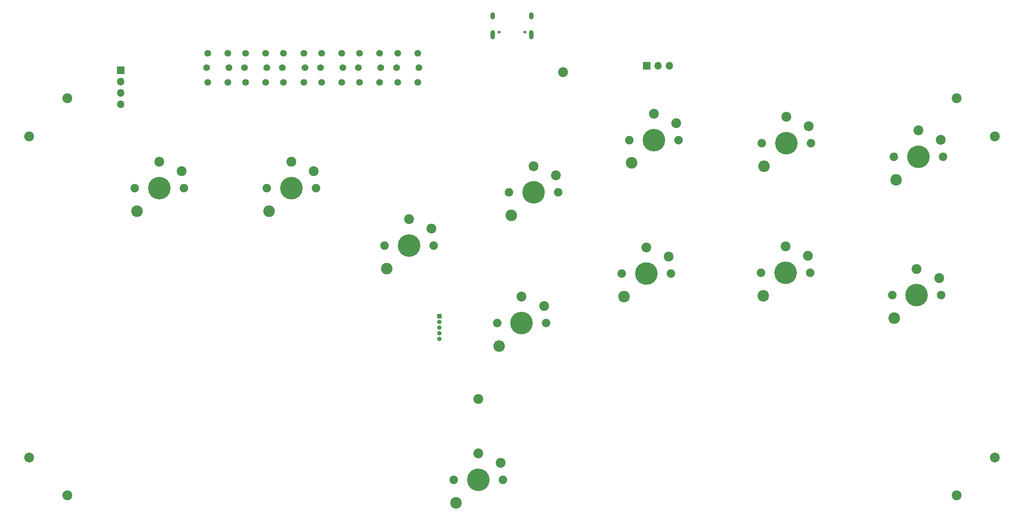
<source format=gbr>
%TF.GenerationSoftware,KiCad,Pcbnew,(6.0.6)*%
%TF.CreationDate,2023-02-28T15:56:07-05:00*%
%TF.ProjectId,fightstick_v2,66696768-7473-4746-9963-6b5f76322e6b,rev?*%
%TF.SameCoordinates,Original*%
%TF.FileFunction,Soldermask,Bot*%
%TF.FilePolarity,Negative*%
%FSLAX46Y46*%
G04 Gerber Fmt 4.6, Leading zero omitted, Abs format (unit mm)*
G04 Created by KiCad (PCBNEW (6.0.6)) date 2023-02-28 15:56:07*
%MOMM*%
%LPD*%
G01*
G04 APERTURE LIST*
%ADD10R,1.700000X1.700000*%
%ADD11O,1.700000X1.700000*%
%ADD12C,2.200000*%
%ADD13C,1.508000*%
%ADD14C,1.900000*%
%ADD15C,5.050000*%
%ADD16C,2.600000*%
%ADD17R,1.000000X1.000000*%
%ADD18O,1.000000X1.000000*%
%ADD19C,0.650000*%
%ADD20O,1.000000X1.600000*%
%ADD21O,1.000000X2.100000*%
G04 APERTURE END LIST*
D10*
%TO.C,J2*%
X75150000Y-34650000D03*
D11*
X75150000Y-37190000D03*
X75150000Y-39730000D03*
X75150000Y-42270000D03*
%TD*%
D12*
%TO.C,H7*%
X270678419Y-121400000D03*
%TD*%
D13*
%TO.C,SW17*%
X133075632Y-37301730D03*
X133325632Y-34051730D03*
X133075632Y-30801730D03*
X128575632Y-37301730D03*
X128575632Y-30801730D03*
X128325632Y-34051730D03*
%TD*%
D12*
%TO.C,H8*%
X262178419Y-129900000D03*
%TD*%
D10*
%TO.C,J3*%
X192820000Y-33600000D03*
D11*
X195360000Y-33600000D03*
X197900000Y-33600000D03*
%TD*%
D12*
%TO.C,H2*%
X63178419Y-40900000D03*
%TD*%
%TO.C,H4*%
X270678419Y-49400000D03*
%TD*%
%TO.C,H9*%
X174131862Y-35006000D03*
%TD*%
%TO.C,H3*%
X262178419Y-40900000D03*
%TD*%
D13*
%TO.C,SW14*%
X107575632Y-30801730D03*
X107825632Y-34051730D03*
X107575632Y-37301730D03*
X103075632Y-37301730D03*
X102825632Y-34051730D03*
X103075632Y-30801730D03*
%TD*%
D12*
%TO.C,H10*%
X155137512Y-108269442D03*
%TD*%
D14*
%TO.C,SW6*%
X199894878Y-50255526D03*
X188894878Y-50255526D03*
D15*
X194394878Y-50255526D03*
D16*
X189394878Y-55405526D03*
D12*
X194394878Y-44355526D03*
X199394878Y-46455526D03*
%TD*%
D15*
%TO.C,SW8*%
X253576264Y-54016110D03*
D14*
X259076264Y-54016110D03*
D16*
X248576264Y-59166110D03*
D14*
X248076264Y-54016110D03*
D12*
X253576264Y-48116110D03*
X258576264Y-50216110D03*
%TD*%
D14*
%TO.C,SW7*%
X218565244Y-50956652D03*
D16*
X219065244Y-56106652D03*
D14*
X229565244Y-50956652D03*
D15*
X224065244Y-50956652D03*
D12*
X224065244Y-45056652D03*
X229065244Y-47156652D03*
%TD*%
D14*
%TO.C,SW1*%
X89280574Y-61051730D03*
D16*
X78780574Y-66201730D03*
D15*
X83780574Y-61051730D03*
D14*
X78280574Y-61051730D03*
D12*
X83780574Y-55151730D03*
X88780574Y-57251730D03*
%TD*%
D14*
%TO.C,SW11*%
X229358182Y-80017936D03*
X218358182Y-80017936D03*
D15*
X223858182Y-80017936D03*
D16*
X218858182Y-85167936D03*
D12*
X223858182Y-74117936D03*
X228858182Y-76217936D03*
%TD*%
D13*
%TO.C,SW15*%
X116075632Y-30801730D03*
X116325632Y-34051730D03*
X116075632Y-37301730D03*
X111325632Y-34051730D03*
X111575632Y-37301730D03*
X111575632Y-30801730D03*
%TD*%
%TO.C,SW16*%
X124575632Y-30801730D03*
X124575632Y-37301730D03*
X124825632Y-34051730D03*
X120075632Y-30801730D03*
X120075632Y-37301730D03*
X119825632Y-34051730D03*
%TD*%
%TO.C,SW19*%
X141575632Y-30801730D03*
X141575632Y-37301730D03*
X141825632Y-34051730D03*
X136825632Y-34051730D03*
X137075632Y-30801730D03*
X137075632Y-37301730D03*
%TD*%
D16*
%TO.C,SW2*%
X108326119Y-66201730D03*
D15*
X113326119Y-61051730D03*
D14*
X107826119Y-61051730D03*
X118826119Y-61051730D03*
D12*
X113326119Y-55151730D03*
X118326119Y-57251730D03*
%TD*%
D13*
%TO.C,SW13*%
X99075632Y-30801730D03*
X99075632Y-37301730D03*
X99325632Y-34051730D03*
X94325632Y-34051730D03*
X94575632Y-37301730D03*
X94575632Y-30801730D03*
%TD*%
D14*
%TO.C,SW9*%
X159332634Y-91274959D03*
X170332634Y-91274959D03*
D16*
X159832634Y-96424959D03*
D15*
X164832634Y-91274959D03*
D12*
X164832634Y-85374959D03*
X169832634Y-87474959D03*
%TD*%
D17*
%TO.C,J9*%
X146400000Y-89750000D03*
D18*
X146400000Y-91020000D03*
X146400000Y-92290000D03*
X146400000Y-93560000D03*
X146400000Y-94830000D03*
%TD*%
D14*
%TO.C,SW3*%
X145117318Y-73909890D03*
X134117318Y-73909890D03*
D16*
X134617318Y-79059890D03*
D15*
X139617318Y-73909890D03*
D12*
X139617318Y-68009890D03*
X144617318Y-70109890D03*
%TD*%
D14*
%TO.C,SW5*%
X173010603Y-61987430D03*
X162010603Y-61987430D03*
D15*
X167510603Y-61987430D03*
D16*
X162510603Y-67137430D03*
D12*
X167510603Y-56087430D03*
X172510603Y-58187430D03*
%TD*%
%TO.C,H6*%
X63178419Y-129900000D03*
%TD*%
D14*
%TO.C,SW4*%
X160637512Y-126400000D03*
D15*
X155137512Y-126400000D03*
D14*
X149637512Y-126400000D03*
D16*
X150137512Y-131550000D03*
D12*
X155137512Y-120500000D03*
X160137512Y-122600000D03*
%TD*%
D19*
%TO.C,J1*%
X165558419Y-26100000D03*
X159778419Y-26100000D03*
D20*
X166988419Y-22450000D03*
D21*
X158348419Y-26630000D03*
X166988419Y-26630000D03*
D20*
X158348419Y-22450000D03*
%TD*%
D14*
%TO.C,SW10*%
X187259730Y-80196127D03*
D16*
X187759730Y-85346127D03*
D15*
X192759730Y-80196127D03*
D14*
X198259730Y-80196127D03*
D12*
X192759730Y-74296127D03*
X197759730Y-76396127D03*
%TD*%
%TO.C,H1*%
X54678419Y-49400000D03*
%TD*%
%TO.C,H5*%
X54678419Y-121400000D03*
%TD*%
D14*
%TO.C,SW12*%
X247726703Y-85022767D03*
X258726703Y-85022767D03*
D15*
X253226703Y-85022767D03*
D16*
X248226703Y-90172767D03*
D12*
X253226703Y-79122767D03*
X258226703Y-81222767D03*
%TD*%
M02*

</source>
